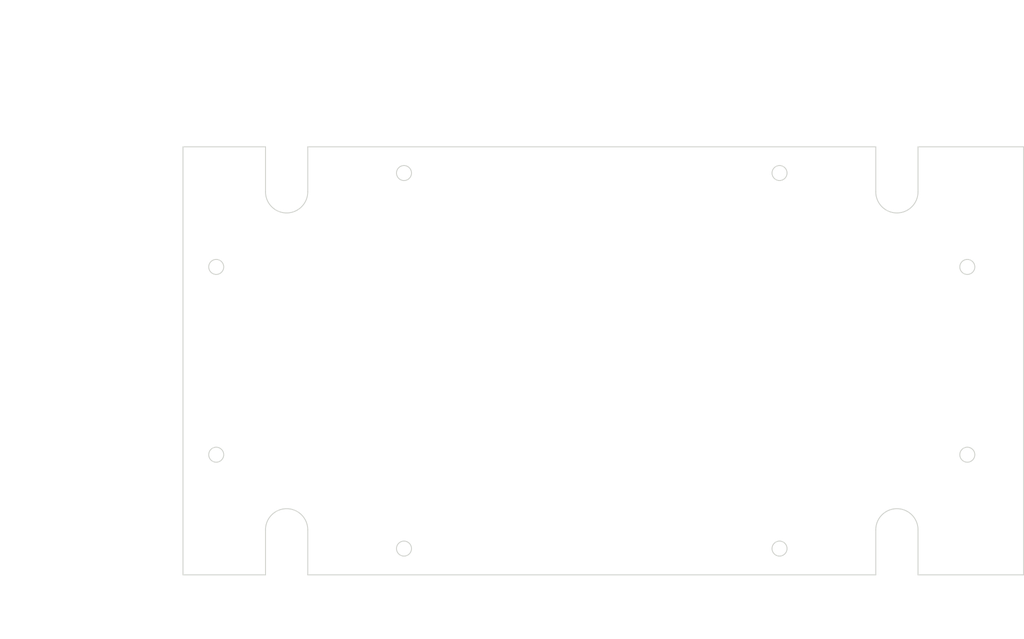
<source format=kicad_pcb>
(kicad_pcb (version 20171130) (host pcbnew "(5.1.0)-1")

  (general
    (thickness 1.6)
    (drawings 105)
    (tracks 0)
    (zones 0)
    (modules 0)
    (nets 1)
  )

  (page A4)
  (layers
    (0 F.Cu signal)
    (31 B.Cu signal)
    (32 B.Adhes user)
    (33 F.Adhes user)
    (34 B.Paste user)
    (35 F.Paste user)
    (36 B.SilkS user)
    (37 F.SilkS user)
    (38 B.Mask user)
    (39 F.Mask user)
    (40 Dwgs.User user)
    (41 Cmts.User user)
    (42 Eco1.User user)
    (43 Eco2.User user)
    (44 Edge.Cuts user)
    (45 Margin user)
    (46 B.CrtYd user)
    (47 F.CrtYd user)
    (48 B.Fab user)
    (49 F.Fab user)
  )

  (setup
    (last_trace_width 0.25)
    (trace_clearance 0.2)
    (zone_clearance 0.508)
    (zone_45_only no)
    (trace_min 0.2)
    (via_size 0.8)
    (via_drill 0.4)
    (via_min_size 0.4)
    (via_min_drill 0.3)
    (uvia_size 0.3)
    (uvia_drill 0.1)
    (uvias_allowed no)
    (uvia_min_size 0.2)
    (uvia_min_drill 0.1)
    (edge_width 0.05)
    (segment_width 0.2)
    (pcb_text_width 0.3)
    (pcb_text_size 1.5 1.5)
    (mod_edge_width 0.12)
    (mod_text_size 1 1)
    (mod_text_width 0.15)
    (pad_size 1.524 1.524)
    (pad_drill 0.762)
    (pad_to_mask_clearance 0.051)
    (solder_mask_min_width 0.25)
    (aux_axis_origin 0 0)
    (visible_elements FFFFFF7F)
    (pcbplotparams
      (layerselection 0x010fc_ffffffff)
      (usegerberextensions false)
      (usegerberattributes false)
      (usegerberadvancedattributes false)
      (creategerberjobfile false)
      (excludeedgelayer true)
      (linewidth 0.152400)
      (plotframeref false)
      (viasonmask false)
      (mode 1)
      (useauxorigin false)
      (hpglpennumber 1)
      (hpglpenspeed 20)
      (hpglpendiameter 15.000000)
      (psnegative false)
      (psa4output false)
      (plotreference true)
      (plotvalue true)
      (plotinvisibletext false)
      (padsonsilk false)
      (subtractmaskfromsilk false)
      (outputformat 1)
      (mirror false)
      (drillshape 1)
      (scaleselection 1)
      (outputdirectory ""))
  )

  (net 0 "")

  (net_class Default "This is the default net class."
    (clearance 0.2)
    (trace_width 0.25)
    (via_dia 0.8)
    (via_drill 0.4)
    (uvia_dia 0.3)
    (uvia_drill 0.1)
  )

  (gr_line (start 251.590539 142.728757) (end 229.1 142.728757) (layer Edge.Cuts) (width 0.2))
  (gr_line (start 229.1 142.728757) (end 229.1 133.141482) (layer Edge.Cuts) (width 0.2))
  (gr_arc (start 224.6 133.141482) (end 229.1 133.141482) (angle -180) (layer Edge.Cuts) (width 0.2))
  (gr_line (start 220.1 133.141482) (end 220.1 142.728757) (layer Edge.Cuts) (width 0.2))
  (gr_line (start 220.1 142.728757) (end 99.1 142.728757) (layer Edge.Cuts) (width 0.2))
  (gr_line (start 99.1 142.728757) (end 99.1 133.141482) (layer Edge.Cuts) (width 0.2))
  (gr_arc (start 94.6 133.141482) (end 99.1 133.141482) (angle -180) (layer Edge.Cuts) (width 0.2))
  (gr_line (start 90.1 133.141482) (end 90.1 142.728757) (layer Edge.Cuts) (width 0.2))
  (gr_line (start 90.1 142.728757) (end 72.519564 142.728757) (layer Edge.Cuts) (width 0.2))
  (gr_line (start 72.519564 142.728757) (end 72.519564 51.554206) (layer Edge.Cuts) (width 0.2))
  (gr_line (start 251.590539 142.728757) (end 251.590539 51.554206) (layer Edge.Cuts) (width 0.2))
  (gr_circle (center 239.6 117.141482) (end 241.2 117.141482) (layer Edge.Cuts) (width 0.2))
  (gr_circle (center 199.6 137.141482) (end 201.2 137.141482) (layer Edge.Cuts) (width 0.2))
  (gr_circle (center 119.6 137.141482) (end 121.2 137.141482) (layer Edge.Cuts) (width 0.2))
  (gr_circle (center 79.6 117.141482) (end 81.2 117.141482) (layer Edge.Cuts) (width 0.2))
  (gr_line (start 251.590539 51.554206) (end 229.1 51.554206) (layer Edge.Cuts) (width 0.2))
  (gr_line (start 229.1 51.554206) (end 229.1 61.141482) (layer Edge.Cuts) (width 0.2))
  (gr_arc (start 224.6 61.141482) (end 220.1 61.141482) (angle -180) (layer Edge.Cuts) (width 0.2))
  (gr_line (start 220.1 61.141482) (end 220.1 51.554206) (layer Edge.Cuts) (width 0.2))
  (gr_line (start 220.1 51.554206) (end 99.1 51.554206) (layer Edge.Cuts) (width 0.2))
  (gr_line (start 99.1 51.554206) (end 99.1 61.141482) (layer Edge.Cuts) (width 0.2))
  (gr_arc (start 94.6 61.141482) (end 90.1 61.141482) (angle -180) (layer Edge.Cuts) (width 0.2))
  (gr_line (start 90.1 61.141482) (end 90.1 51.554206) (layer Edge.Cuts) (width 0.2))
  (gr_line (start 90.1 51.554206) (end 72.519564 51.554206) (layer Edge.Cuts) (width 0.2))
  (gr_circle (center 239.6 77.141482) (end 241.2 77.141482) (layer Edge.Cuts) (width 0.2))
  (gr_circle (center 199.6 57.141482) (end 201.2 57.141482) (layer Edge.Cuts) (width 0.2))
  (gr_circle (center 119.6 57.141482) (end 121.2 57.141482) (layer Edge.Cuts) (width 0.2))
  (gr_circle (center 79.6 77.141482) (end 81.2 77.141482) (layer Edge.Cuts) (width 0.2))
  (gr_text [3.15] (at 126.69085 99.030943) (layer Dwgs.User)
    (effects (font (size 1.7 1.53) (thickness 0.2125)))
  )
  (gr_text " 80.00" (at 126.69085 95.473507) (layer Dwgs.User)
    (effects (font (size 1.7 1.53) (thickness 0.2125)))
  )
  (gr_line (start 126.69085 135.141482) (end 126.69085 100.698917) (layer Dwgs.User) (width 0.2))
  (gr_line (start 126.69085 59.141482) (end 126.69085 93.584046) (layer Dwgs.User) (width 0.2))
  (gr_line (start 120.6 137.141482) (end 129.86585 137.141482) (layer Dwgs.User) (width 0.2))
  (gr_line (start 120.6 57.141482) (end 129.86585 57.141482) (layer Dwgs.User) (width 0.2))
  (gr_text [.55] (at 105.556963 60.483826) (layer Dwgs.User)
    (effects (font (size 1.7 1.53) (thickness 0.2125)))
  )
  (gr_text " 14.09" (at 105.556963 56.92987) (layer Dwgs.User)
    (effects (font (size 1.7 1.53) (thickness 0.2125)))
  )
  (gr_line (start 105.556963 63.641482) (end 105.556963 62.1518) (layer Dwgs.User) (width 0.2))
  (gr_line (start 105.556963 53.554206) (end 105.556963 55.043887) (layer Dwgs.User) (width 0.2))
  (gr_line (start 95.6 65.641482) (end 108.731963 65.641482) (layer Dwgs.User) (width 0.2))
  (gr_text [1.57] (at 219.6 155.030943) (layer Dwgs.User)
    (effects (font (size 1.7 1.53) (thickness 0.2125)))
  )
  (gr_text " 40.00" (at 219.6 151.473507) (layer Dwgs.User)
    (effects (font (size 1.7 1.53) (thickness 0.2125)))
  )
  (gr_line (start 201.6 153.141482) (end 215.555389 153.141482) (layer Dwgs.User) (width 0.2))
  (gr_line (start 237.6 153.141482) (end 223.644611 153.141482) (layer Dwgs.User) (width 0.2))
  (gr_line (start 199.6 138.141482) (end 199.6 156.316482) (layer Dwgs.User) (width 0.2))
  (gr_line (start 239.6 118.141482) (end 239.6 156.316482) (layer Dwgs.User) (width 0.2))
  (gr_text [.28] (at 66.654129 151.715209) (layer Dwgs.User)
    (effects (font (size 1.7 1.53) (thickness 0.2125)))
  )
  (gr_text " 7.08" (at 66.654129 148.157773) (layer Dwgs.User)
    (effects (font (size 1.7 1.53) (thickness 0.2125)))
  )
  (gr_line (start 72.519564 149.825748) (end 70.042976 149.825748) (layer Dwgs.User) (width 0.2))
  (gr_line (start 77.6 149.825748) (end 74.519564 149.825748) (layer Dwgs.User) (width 0.2))
  (gr_line (start 79.6 118.141482) (end 79.6 153.000748) (layer Dwgs.User) (width 0.2))
  (gr_line (start 72.519564 143.728757) (end 72.519564 153.000748) (layer Dwgs.User) (width 0.2))
  (gr_text [1.01] (at 66.580528 131.824581) (layer Dwgs.User)
    (effects (font (size 1.7 1.53) (thickness 0.2125)))
  )
  (gr_text " 25.59" (at 66.580528 128.267145) (layer Dwgs.User)
    (effects (font (size 1.7 1.53) (thickness 0.2125)))
  )
  (gr_line (start 66.580528 119.141482) (end 66.580528 126.377684) (layer Dwgs.User) (width 0.2))
  (gr_line (start 66.580528 140.728757) (end 66.580528 133.492555) (layer Dwgs.User) (width 0.2))
  (gr_line (start 78.6 117.141482) (end 63.405528 117.141482) (layer Dwgs.User) (width 0.2))
  (gr_line (start 71.519564 142.728757) (end 63.405528 142.728757) (layer Dwgs.User) (width 0.2))
  (gr_text [1.57] (at 99.6 153.490335) (layer Dwgs.User)
    (effects (font (size 1.7 1.53) (thickness 0.2125)))
  )
  (gr_text " 40.00" (at 99.6 149.9329) (layer Dwgs.User)
    (effects (font (size 1.7 1.53) (thickness 0.2125)))
  )
  (gr_line (start 117.6 151.600874) (end 103.644611 151.600874) (layer Dwgs.User) (width 0.2))
  (gr_line (start 81.6 151.600874) (end 95.555389 151.600874) (layer Dwgs.User) (width 0.2))
  (gr_line (start 119.6 138.141482) (end 119.6 154.775874) (layer Dwgs.User) (width 0.2))
  (gr_line (start 79.6 118.141482) (end 79.6 154.775874) (layer Dwgs.User) (width 0.2))
  (gr_text [3.15] (at 159.6 153.727019) (layer Dwgs.User)
    (effects (font (size 1.7 1.53) (thickness 0.2125)))
  )
  (gr_text " 80.00" (at 159.6 150.169584) (layer Dwgs.User)
    (effects (font (size 1.7 1.53) (thickness 0.2125)))
  )
  (gr_line (start 197.6 151.837558) (end 163.644611 151.837558) (layer Dwgs.User) (width 0.2))
  (gr_line (start 121.6 151.837558) (end 155.555389 151.837558) (layer Dwgs.User) (width 0.2))
  (gr_line (start 199.6 138.141482) (end 199.6 155.012558) (layer Dwgs.User) (width 0.2))
  (gr_line (start 119.6 138.141482) (end 119.6 155.012558) (layer Dwgs.User) (width 0.2))
  (gr_text [4.76] (at 159.6 47.850688) (layer Dwgs.User)
    (effects (font (size 1.7 1.53) (thickness 0.2125)))
  )
  (gr_text " 121.00" (at 159.6 44.293253) (layer Dwgs.User)
    (effects (font (size 1.7 1.53) (thickness 0.2125)))
  )
  (gr_line (start 101.1 45.961227) (end 154.894986 45.961227) (layer Dwgs.User) (width 0.2))
  (gr_line (start 218.1 45.961227) (end 164.305014 45.961227) (layer Dwgs.User) (width 0.2))
  (gr_line (start 99.1 50.554206) (end 99.1 42.786227) (layer Dwgs.User) (width 0.2))
  (gr_line (start 220.1 50.554206) (end 220.1 42.786227) (layer Dwgs.User) (width 0.2))
  (gr_text [.35] (at 104.965434 39.251839) (layer Dwgs.User)
    (effects (font (size 1.7 1.53) (thickness 0.2125)))
  )
  (gr_text " 9.00" (at 104.965434 35.694404) (layer Dwgs.User)
    (effects (font (size 1.7 1.53) (thickness 0.2125)))
  )
  (gr_line (start 99.1 37.362378) (end 101.581226 37.362378) (layer Dwgs.User) (width 0.2))
  (gr_line (start 92.1 37.362378) (end 97.1 37.362378) (layer Dwgs.User) (width 0.2))
  (gr_line (start 90.1 50.554206) (end 90.1 34.187378) (layer Dwgs.User) (width 0.2))
  (gr_line (start 99.1 50.554206) (end 99.1 34.187378) (layer Dwgs.User) (width 0.2))
  (gr_text [.69] (at 81.309782 45.330336) (layer Dwgs.User)
    (effects (font (size 1.7 1.53) (thickness 0.2125)))
  )
  (gr_text " 17.58" (at 81.309782 41.772901) (layer Dwgs.User)
    (effects (font (size 1.7 1.53) (thickness 0.2125)))
  )
  (gr_line (start 88.1 43.440875) (end 85.359031 43.440875) (layer Dwgs.User) (width 0.2))
  (gr_line (start 74.519564 43.440875) (end 77.260532 43.440875) (layer Dwgs.User) (width 0.2))
  (gr_line (start 90.1 50.554206) (end 90.1 40.265875) (layer Dwgs.User) (width 0.2))
  (gr_line (start 72.519564 50.554206) (end 72.519564 40.265875) (layer Dwgs.User) (width 0.2))
  (gr_text [7.05] (at 162.055051 25.443667) (layer Dwgs.User)
    (effects (font (size 1.7 1.53) (thickness 0.2125)))
  )
  (gr_text " 179.07" (at 162.055051 21.886232) (layer Dwgs.User)
    (effects (font (size 1.7 1.53) (thickness 0.2125)))
  )
  (gr_line (start 249.590539 23.554206) (end 166.762964 23.554206) (layer Dwgs.User) (width 0.2))
  (gr_line (start 74.519564 23.554206) (end 157.347138 23.554206) (layer Dwgs.User) (width 0.2))
  (gr_line (start 251.590539 50.554206) (end 251.590539 20.379206) (layer Dwgs.User) (width 0.2))
  (gr_line (start 72.519564 50.554206) (end 72.519564 20.379206) (layer Dwgs.User) (width 0.2))
  (gr_text [1.57] (at 67.243928 99.030943) (layer Dwgs.User)
    (effects (font (size 1.7 1.53) (thickness 0.2125)))
  )
  (gr_text " 40.00" (at 67.243928 95.473507) (layer Dwgs.User)
    (effects (font (size 1.7 1.53) (thickness 0.2125)))
  )
  (gr_line (start 67.243928 115.141482) (end 67.243928 100.698917) (layer Dwgs.User) (width 0.2))
  (gr_line (start 67.243928 79.141482) (end 67.243928 93.584046) (layer Dwgs.User) (width 0.2))
  (gr_line (start 78.6 117.141482) (end 64.068928 117.141482) (layer Dwgs.User) (width 0.2))
  (gr_line (start 78.6 77.141482) (end 64.068928 77.141482) (layer Dwgs.User) (width 0.2))
  (gr_text [3.59] (at 37.567486 99.030943) (layer Dwgs.User)
    (effects (font (size 1.7 1.53) (thickness 0.2125)))
  )
  (gr_text " 91.17" (at 37.567486 95.473507) (layer Dwgs.User)
    (effects (font (size 1.7 1.53) (thickness 0.2125)))
  )
  (gr_line (start 37.567486 53.554206) (end 37.567486 93.584046) (layer Dwgs.User) (width 0.2))
  (gr_line (start 37.567486 140.728757) (end 37.567486 100.698917) (layer Dwgs.User) (width 0.2))
  (gr_line (start 71.519564 51.554206) (end 34.392486 51.554206) (layer Dwgs.User) (width 0.2))
  (gr_line (start 71.519564 142.728757) (end 34.392486 142.728757) (layer Dwgs.User) (width 0.2))

)

</source>
